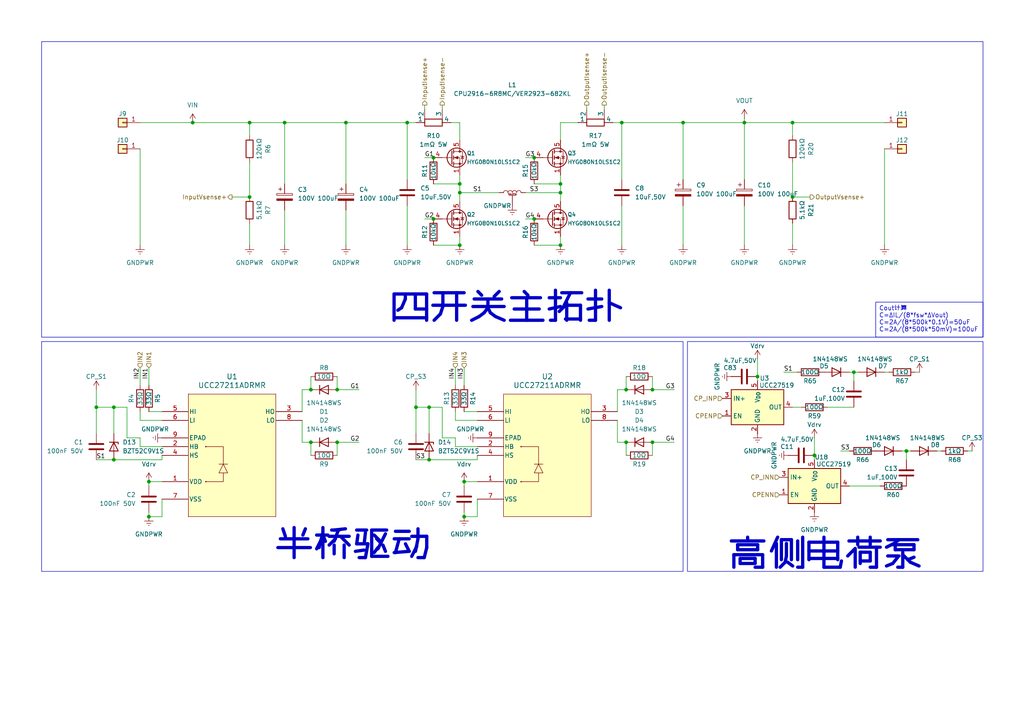
<source format=kicad_sch>
(kicad_sch (version 20250114) (generator "eeschema") (generator_version "9.0")
  (paper "A4")
  (title_block (title "HPM6P41_BuckBoost") (date "2025-05-05") (rev "4") (company "Author: Alipay"))
  (lib_symbols
    (symbol "1MyICs:UCC27518_UCC27519"
      (property "Reference" "U" (at 5.08 6.35 0))
      (property "Value" "UCC27518_UCC27519" (at 10.922 -6.35 0))
      (symbol "UCC27518_UCC27519_0_1"
        (rectangle (start -7.62 5.08) (end 7.62 -5.08) (stroke (width 0.254)) (fill (type background)))
      )
      (symbol "UCC27518_UCC27519_1_1"
        (pin input line (at -10.16 2.54 0) (length 2.54) (name "IN+") (number "3"))
        (pin input line (at -10.16 -2.54 0) (length 2.54) (name "EN") (number "1"))
        (pin power_in line (at 0 7.62 270) (length 2.54) (name "V_{DD}") (number "5"))
        (pin power_in line (at 0 -7.62 90) (length 2.54) (name "GND") (number "2"))
        (pin output line (at 10.16 0 180) (length 2.54) (name "OUT") (number "4"))
      )
    )
    (symbol "Connector_Generic:Conn_01x01" (pin_names (offset 1.016) (hide yes))
      (property "Reference" "J" (at 0 2.54 0))
      (property "Value" "Conn_01x01" (at 0 -2.54 0))
      (symbol "Conn_01x01_1_1"
        (rectangle (start -1.27 1.27) (end 1.27 -1.27) (stroke (width 0.254)) (fill (type background)))
        (rectangle (start -1.27 0.127) (end 0 -0.127) (stroke (width 0.1524)))
        (pin passive line (at -5.08 0 0) (length 3.81) (name "Pin_1") (number "1"))
      )
    )
    (symbol "Device:C" (pin_numbers (hide yes)) (pin_names (offset 0.254))
      (property "Reference" "C" (at 0.635 2.54 0))
      (property "Value" "C" (at 0.635 -2.54 0))
      (symbol "C_0_1"
        (polyline (pts (xy -2.032 0.762) (xy 2.032 0.762)) (stroke (width 0.508)))
        (polyline (pts (xy -2.032 -0.762) (xy 2.032 -0.762)) (stroke (width 0.508)))
      )
      (symbol "C_1_1"
        (pin passive line (at 0 3.81 270) (length 2.794) (name "~") (number "1"))
        (pin passive line (at 0 -3.81 90) (length 2.794) (name "~") (number "2"))
      )
    )
    (symbol "Device:C_Polarized" (pin_numbers (hide yes)) (pin_names (offset 0.254))
      (property "Reference" "C" (at 0.635 2.54 0))
      (property "Value" "C_Polarized" (at 0.635 -2.54 0))
      (symbol "C_Polarized_0_1"
        (rectangle (start -2.286 0.508) (end 2.286 1.016))
        (polyline (pts (xy -1.778 2.286) (xy -0.762 2.286)))
        (polyline (pts (xy -1.27 2.794) (xy -1.27 1.778)))
        (rectangle (start 2.286 -0.508) (end -2.286 -1.016) (fill (type outline)))
      )
      (symbol "C_Polarized_1_1"
        (pin passive line (at 0 3.81 270) (length 2.794) (name "~") (number "1"))
        (pin passive line (at 0 -3.81 90) (length 2.794) (name "~") (number "2"))
      )
    )
    (symbol "Device:D" (pin_numbers (hide yes)) (pin_names (offset 1.016) (hide yes))
      (property "Reference" "D" (at 0 2.54 0))
      (property "Value" "D" (at 0 -2.54 0))
      (symbol "D_0_1"
        (polyline (pts (xy -1.27 1.27) (xy -1.27 -1.27)) (stroke (width 0.254)))
        (polyline (pts (xy 1.27 1.27) (xy 1.27 -1.27) (xy -1.27 0) (xy 1.27 1.27)) (stroke (width 0.254)))
        (polyline (pts (xy 1.27 0) (xy -1.27 0)))
      )
      (symbol "D_1_1"
        (pin passive line (at -3.81 0 0) (length 2.54) (name "K") (number "1"))
        (pin passive line (at 3.81 0 180) (length 2.54) (name "A") (number "2"))
      )
    )
    (symbol "Device:L" (pin_numbers (hide yes)) (pin_names (offset 1.016) (hide yes))
      (property "Reference" "L1" (at 31.242 0 90))
      (property "Value" "CPU2916-6R8MC/VER2923-682KL" (at 28.702 0 90))
      (symbol "L_0_1"
        (arc (start 0 2.54) (mid 0.6323 1.905) (end 0 1.27))
        (arc (start 0 1.27) (mid 0.6323 0.635) (end 0 0))
        (arc (start 0 0) (mid 0.6323 -0.635) (end 0 -1.27))
        (arc (start 0 -1.27) (mid 0.6323 -1.905) (end 0 -2.54))
      )
      (symbol "L_1_1"
        (polyline (pts (xy -0.762 1.016) (xy -0.762 -1.016)) (stroke (width 0.1524)))
        (text "Mounting" (at -0.381 0 900) (effects (font (size 0.381 0.381))))
        (pin passive line (at -3.81 0 0) (length 3.048) (name "MountPin") (number "MP"))
        (pin passive line (at 0 3.81 270) (length 1.27) (name "1") (number "1"))
        (pin passive line (at 0 -3.81 90) (length 1.27) (name "2") (number "2"))
      )
    )
    (symbol "Device:R" (pin_numbers (hide yes)) (pin_names (offset 0))
      (property "Reference" "R" (at 2.032 0 90))
      (property "Value" "R" (at 0 0 90))
      (symbol "R_0_1"
        (rectangle (start -1.016 -2.54) (end 1.016 2.54) (stroke (width 0.254)))
      )
      (symbol "R_1_1"
        (pin passive line (at 0 3.81 270) (length 1.27) (name "~") (number "1"))
        (pin passive line (at 0 -3.81 90) (length 1.27) (name "~") (number "2"))
      )
    )
    (symbol "Device:R_Shunt" (pin_numbers (hide yes)) (pin_names (offset 0))
      (property "Reference" "R" (at -4.445 0 90))
      (property "Value" "R_Shunt" (at -2.54 0 90))
      (symbol "R_Shunt_0_1"
        (rectangle (start -1.016 -2.54) (end 1.016 2.54) (stroke (width 0.254)))
        (polyline (pts (xy 0 -2.54) (xy 1.27 -2.54)))
        (polyline (pts (xy 1.27 2.54) (xy 0 2.54)))
      )
      (symbol "R_Shunt_1_1"
        (pin passive line (at 0 5.08 270) (length 2.54) (name "1") (number "1"))
        (pin passive line (at 0 -5.08 90) (length 2.54) (name "4") (number "4"))
        (pin passive line (at 3.81 2.54 180) (length 2.54) (name "2") (number "2"))
        (pin passive line (at 3.81 -2.54 180) (length 2.54) (name "3") (number "3"))
      )
    )
    (symbol "Diode:BZV55B9V1" (pin_numbers (hide yes)) (pin_names (hide yes))
      (property "Reference" "D" (at 0 2.54 0))
      (property "Value" "BZV55B9V1" (at 0 -2.54 0))
      (symbol "BZV55B9V1_0_1"
        (polyline (pts (xy -1.27 -1.27) (xy -1.27 1.27) (xy -0.762 1.27)) (stroke (width 0.254)))
        (polyline (pts (xy 1.27 0) (xy -1.27 0)))
        (polyline (pts (xy 1.27 -1.27) (xy 1.27 1.27) (xy -1.27 0) (xy 1.27 -1.27)) (stroke (width 0.254)))
      )
      (symbol "BZV55B9V1_1_1"
        (pin passive line (at -3.81 0 0) (length 2.54) (name "K") (number "1"))
        (pin passive line (at 3.81 0 180) (length 2.54) (name "A") (number "2"))
      )
    )
    (symbol "TexasInstruments:UCC27211ADRMR" (pin_names (offset 0.254))
      (property "Reference" "U" (at 20.32 10.16 0))
      (property "Value" "UCC27211ADRMR" (at 20.32 7.62 0))
      (symbol "UCC27211ADRMR_0_1"
        (circle (center 12.7 -10.16) (radius 0.127))
        (polyline (pts (xy 12.7 -20.32) (xy 17.78 -20.32) (xy 17.78 -17.78) (xy 16.51 -17.78) (xy 17.78 -15.24) (xy 19.05 -17.78) (xy 17.78 -17.78) (xy 16.51 -17.78) (xy 17.78 -15.24) (xy 16.51 -15.24) (xy 19.05 -15.24) (xy 17.78 -15.24) (xy 17.78 -10.16) (xy 12.7 -10.16)))
        (circle (center 12.7 -20.32) (radius 0.127))
        (pin input line (at 0 0 0) (length 7.62) (name "HI") (number "5"))
        (pin input line (at 0 -2.54 0) (length 7.62) (name "LI") (number "6"))
        (pin unspecified line (at 0 -7.62 0) (length 7.62) (name "EPAD") (number "9"))
        (pin unspecified line (at 0 -10.16 0) (length 7.62) (name "HB") (number "2"))
        (pin unspecified line (at 0 -12.7 0) (length 7.62) (name "HS") (number "4"))
        (pin power_in line (at 0 -20.32 0) (length 7.62) (name "VDD") (number "1"))
        (pin power_in line (at 0 -25.4 0) (length 7.62) (name "VSS") (number "7"))
        (pin output line (at 40.64 0 180) (length 7.62) (name "HO") (number "3"))
        (pin output line (at 40.64 -2.54 180) (length 7.62) (name "LO") (number "8"))
      )
      (symbol "UCC27211ADRMR_1_1"
        (rectangle (start 7.62 5.08) (end 33.02 -30.48) (fill (type background)))
      )
    )
    (symbol "Transistor_FET:CSD18540Q5B" (pin_names (hide yes))
      (property "Reference" "Q" (at 5.08 1.905 0))
      (property "Value" "CSD18540Q5B" (at 5.08 0 0))
      (symbol "CSD18540Q5B_0_1"
        (polyline (pts (xy 0.254 1.905) (xy 0.254 -1.905)) (stroke (width 0.254)))
        (polyline (pts (xy 0.254 0) (xy -2.54 0)))
        (polyline (pts (xy 0.762 2.286) (xy 0.762 1.27)) (stroke (width 0.254)))
        (polyline (pts (xy 0.762 0.508) (xy 0.762 -0.508)) (stroke (width 0.254)))
        (polyline (pts (xy 0.762 -1.27) (xy 0.762 -2.286)) (stroke (width 0.254)))
        (polyline (pts (xy 0.762 -1.778) (xy 3.302 -1.778) (xy 3.302 1.778) (xy 0.762 1.778)))
        (polyline (pts (xy 1.016 0) (xy 2.032 0.381) (xy 2.032 -0.381) (xy 1.016 0)) (fill (type outline)))
        (circle (center 1.651 0) (radius 2.794) (stroke (width 0.254)))
        (polyline (pts (xy 2.54 2.54) (xy 2.54 1.778)))
        (circle (center 2.54 1.778) (radius 0.254) (fill (type outline)))
        (circle (center 2.54 -1.778) (radius 0.254) (fill (type outline)))
        (polyline (pts (xy 2.54 -2.54) (xy 2.54 0) (xy 0.762 0)))
        (polyline (pts (xy 2.794 0.508) (xy 2.921 0.381) (xy 3.683 0.381) (xy 3.81 0.254)))
        (polyline (pts (xy 3.302 0.381) (xy 2.921 -0.254) (xy 3.683 -0.254) (xy 3.302 0.381)))
      )
      (symbol "CSD18540Q5B_1_1"
        (pin passive line (at -5.08 0 0) (length 2.54) (name "G") (number "4"))
        (pin passive line (at 2.54 5.08 270) (length 2.54) (name "D") (number "5"))
        (pin passive line (at 2.54 -5.08 90) (length 2.54) (name "S") (number "1"))
        (pin passive line (at 2.54 -5.08 90) (length 2.54) (hide yes) (name "S") (number "2"))
        (pin passive line (at 2.54 -5.08 90) (length 2.54) (hide yes) (name "S") (number "3"))
      )
    )
    (symbol "power:+12V" (power) (pin_names (offset 0))
      (property "Value" "+12V" (at 0 3.556 0))
      (symbol "+12V_0_1"
        (polyline (pts (xy -0.762 1.27) (xy 0 2.54)))
        (polyline (pts (xy 0 2.54) (xy 0.762 1.27)))
        (polyline (pts (xy 0 0) (xy 0 2.54)))
      )
      (symbol "+12V_1_1"
        (pin power_in line (at 0 0 90) (length 0) (hide yes) (name "+12V") (number "1"))
      )
    )
    (symbol "power:GNDREF" (power) (pin_numbers (hide yes)) (pin_names (offset 0) (hide yes))
      (property "Value" "GNDREF" (at 0 -3.81 0))
      (symbol "GNDREF_0_1"
        (polyline (pts (xy -0.635 -1.905) (xy 0.635 -1.905)))
        (polyline (pts (xy -0.127 -2.54) (xy 0.127 -2.54)))
        (polyline (pts (xy 0 -1.27) (xy 0 0)))
        (polyline (pts (xy 1.27 -1.27) (xy -1.27 -1.27)))
      )
      (symbol "GNDREF_1_1"
        (pin power_in line (at 0 0 270) (length 0) (name "~") (number "1"))
      )
    )
    (symbol "power:VBUS" (power) (pin_numbers (hide yes)) (pin_names (offset 0) (hide yes))
      (property "Value" "VBUS" (at 0 3.556 0))
      (symbol "VBUS_0_1"
        (polyline (pts (xy -0.762 1.27) (xy 0 2.54)))
        (polyline (pts (xy 0 2.54) (xy 0.762 1.27)))
        (polyline (pts (xy 0 0) (xy 0 2.54)))
      )
      (symbol "VBUS_1_1"
        (pin power_in line (at 0 0 90) (length 0) (name "~") (number "1"))
      )
    )
  )
  (rectangle (start 199.39 99.06) (end 285.115 165.735))
  (rectangle (start 12.065 12.065) (end 285.115 97.79))
  (rectangle (start 12.065 99.06) (end 198.12 165.735))
  (text "半桥驱动" (at 102.362 158.496 0) (effects (font (size 7.62 7.62) (thickness 0.9525))))
  (text "高侧电荷泵" (at 239.522 161.29 0) (effects (font (size 7.62 7.62) (thickness 0.9525))))
  (text "四开关主拓扑" (at 147.32 89.662 0) (effects (font (size 7.62 7.62) (thickness 0.9525))))
  (text_box "Cout计算\nC=ΔIL/(8*fsw*ΔVout)\nC=2A/(8*500k*0.1V)=50uF\nC=2A/(8*500k*50mV)=100uF" (at 254 87.63 0) (size 31.115 10.16) (margins 0.9525 0.9525 0.9525 0.9525) (effects (font (size 1.27 1.27)) (justify left top)))
  (junction (at 154.94 63.5))
  (junction (at 97.79 113.03))
  (junction (at 236.22 132.08))
  (junction (at 215.9 35.56))
  (junction (at 133.35 53.34))
  (junction (at 33.02 133.35))
  (junction (at 90.17 113.03))
  (junction (at 118.11 35.56))
  (junction (at 134.62 139.7))
  (junction (at 124.46 133.35))
  (junction (at 229.87 57.15))
  (junction (at 55.88 35.56))
  (junction (at 72.39 35.56))
  (junction (at 154.94 45.72))
  (junction (at 162.56 71.12))
  (junction (at 97.79 128.27))
  (junction (at 33.02 118.11))
  (junction (at 43.18 139.7))
  (junction (at 90.17 128.27))
  (junction (at 181.61 113.03))
  (junction (at 181.61 128.27))
  (junction (at 189.23 128.27))
  (junction (at 100.33 35.56))
  (junction (at 72.39 57.15))
  (junction (at 162.56 53.34))
  (junction (at 133.35 55.88))
  (junction (at 180.34 35.56))
  (junction (at 82.55 35.56))
  (junction (at 133.35 71.12))
  (junction (at 198.12 35.56))
  (junction (at 43.18 149.86))
  (junction (at 120.65 118.11))
  (junction (at 134.62 149.86))
  (junction (at 125.73 63.5))
  (junction (at 27.94 118.11))
  (junction (at 162.56 55.88))
  (junction (at 229.87 35.56))
  (junction (at 125.73 45.72))
  (junction (at 262.89 130.81))
  (junction (at 247.65 107.95))
  (junction (at 219.71 109.22))
  (junction (at 189.23 113.03))
  (junction (at 124.46 118.11))
  (wire (pts (xy 265.43 107.95) (xy 266.7 107.95)))
  (wire (pts (xy 138.43 132.08) (xy 138.43 133.35)))
  (wire (pts (xy 40.64 43.18) (xy 40.64 71.12)))
  (wire (pts (xy 43.18 119.38) (xy 46.99 119.38)))
  (wire (pts (xy 40.64 129.54) (xy 46.99 129.54)))
  (wire (pts (xy 72.39 39.37) (xy 72.39 35.56)))
  (wire (pts (xy 236.22 127) (xy 236.22 132.08)))
  (wire (pts (xy 120.65 118.11) (xy 124.46 118.11)))
  (wire (pts (xy 118.11 35.56) (xy 120.65 35.56)))
  (wire (pts (xy 43.18 149.86) (xy 46.99 149.86)))
  (wire (pts (xy 87.63 128.27) (xy 87.63 121.92)))
  (wire (pts (xy 87.63 128.27) (xy 90.17 128.27)))
  (wire (pts (xy 215.9 34.29) (xy 215.9 35.56)))
  (wire (pts (xy 124.46 133.35) (xy 138.43 133.35)))
  (wire (pts (xy 124.46 118.11) (xy 124.46 125.73)))
  (wire (pts (xy 40.64 106.68) (xy 40.64 111.76)))
  (wire (pts (xy 124.46 118.11) (xy 128.27 118.11)))
  (wire (pts (xy 43.18 140.97) (xy 43.18 139.7)))
  (wire (pts (xy 280.67 130.81) (xy 281.94 130.81)))
  (wire (pts (xy 100.33 35.56) (xy 100.33 53.34)))
  (wire (pts (xy 167.64 35.56) (xy 162.56 35.56)))
  (wire (pts (xy 179.07 128.27) (xy 181.61 128.27)))
  (wire (pts (xy 229.87 46.99) (xy 229.87 57.15)))
  (wire (pts (xy 195.58 128.27) (xy 189.23 128.27)))
  (wire (pts (xy 40.64 127) (xy 40.64 129.54)))
  (wire (pts (xy 36.83 118.11) (xy 36.83 127)))
  (wire (pts (xy 246.38 140.97) (xy 255.27 140.97)))
  (wire (pts (xy 72.39 64.77) (xy 72.39 71.12)))
  (wire (pts (xy 154.94 53.34) (xy 162.56 53.34)))
  (wire (pts (xy 236.22 132.08) (xy 236.22 133.35)))
  (wire (pts (xy 130.81 35.56) (xy 133.35 35.56)))
  (wire (pts (xy 40.64 35.56) (xy 55.88 35.56)))
  (wire (pts (xy 134.62 139.7) (xy 138.43 139.7)))
  (wire (pts (xy 27.94 113.03) (xy 27.94 118.11)))
  (wire (pts (xy 240.03 118.11) (xy 247.65 118.11)))
  (wire (pts (xy 72.39 46.99) (xy 72.39 57.15)))
  (wire (pts (xy 104.14 128.27) (xy 97.79 128.27)))
  (wire (pts (xy 40.64 121.92) (xy 46.99 121.92)))
  (wire (pts (xy 264.16 130.81) (xy 262.89 130.81)))
  (wire (pts (xy 198.12 35.56) (xy 198.12 52.07)))
  (wire (pts (xy 133.35 53.34) (xy 133.35 55.88)))
  (wire (pts (xy 87.63 119.38) (xy 87.63 113.03)))
  (wire (pts (xy 180.34 59.69) (xy 180.34 71.12)))
  (wire (pts (xy 234.95 57.15) (xy 229.87 57.15)))
  (wire (pts (xy 36.83 127) (xy 40.64 127)))
  (wire (pts (xy 43.18 106.68) (xy 43.18 111.76)))
  (wire (pts (xy 162.56 53.34) (xy 162.56 50.8)))
  (wire (pts (xy 125.73 71.12) (xy 133.35 71.12)))
  (wire (pts (xy 128.27 30.48) (xy 128.27 31.75)))
  (wire (pts (xy 181.61 132.08) (xy 181.61 128.27)))
  (wire (pts (xy 133.35 50.8) (xy 133.35 53.34)))
  (wire (pts (xy 262.89 130.81) (xy 262.89 133.35)))
  (wire (pts (xy 261.62 130.81) (xy 262.89 130.81)))
  (wire (pts (xy 138.43 149.86) (xy 138.43 144.78)))
  (wire (pts (xy 40.64 119.38) (xy 40.64 121.92)))
  (wire (pts (xy 271.78 130.81) (xy 273.05 130.81)))
  (wire (pts (xy 132.08 119.38) (xy 132.08 121.92)))
  (wire (pts (xy 67.31 57.15) (xy 72.39 57.15)))
  (wire (pts (xy 181.61 109.22) (xy 181.61 113.03)))
  (wire (pts (xy 248.92 107.95) (xy 247.65 107.95)))
  (wire (pts (xy 82.55 60.96) (xy 82.55 71.12)))
  (wire (pts (xy 43.18 139.7) (xy 46.99 139.7)))
  (wire (pts (xy 97.79 132.08) (xy 97.79 128.27)))
  (wire (pts (xy 175.26 30.48) (xy 175.26 31.75)))
  (wire (pts (xy 27.94 118.11) (xy 27.94 125.73)))
  (wire (pts (xy 125.73 53.34) (xy 133.35 53.34)))
  (wire (pts (xy 229.87 118.11) (xy 232.41 118.11)))
  (wire (pts (xy 152.4 63.5) (xy 154.94 63.5)))
  (wire (pts (xy 33.02 133.35) (xy 46.99 133.35)))
  (wire (pts (xy 134.62 140.97) (xy 134.62 139.7)))
  (wire (pts (xy 90.17 132.08) (xy 90.17 128.27)))
  (wire (pts (xy 133.35 68.58) (xy 133.35 71.12)))
  (wire (pts (xy 134.62 119.38) (xy 138.43 119.38)))
  (wire (pts (xy 27.94 118.11) (xy 33.02 118.11)))
  (wire (pts (xy 189.23 109.22) (xy 189.23 113.03)))
  (wire (pts (xy 132.08 121.92) (xy 138.43 121.92)))
  (wire (pts (xy 133.35 35.56) (xy 133.35 40.64)))
  (wire (pts (xy 128.27 118.11) (xy 128.27 127)))
  (wire (pts (xy 72.39 35.56) (xy 82.55 35.56)))
  (wire (pts (xy 132.08 127) (xy 132.08 129.54)))
  (wire (pts (xy 162.56 68.58) (xy 162.56 71.12)))
  (wire (pts (xy 215.9 35.56) (xy 198.12 35.56)))
  (wire (pts (xy 256.54 107.95) (xy 257.81 107.95)))
  (wire (pts (xy 134.62 148.59) (xy 134.62 149.86)))
  (wire (pts (xy 134.62 149.86) (xy 138.43 149.86)))
  (wire (pts (xy 134.62 106.68) (xy 134.62 111.76)))
  (wire (pts (xy 162.56 55.88) (xy 162.56 53.34)))
  (wire (pts (xy 180.34 35.56) (xy 177.8 35.56)))
  (wire (pts (xy 128.27 127) (xy 132.08 127)))
  (wire (pts (xy 227.33 107.95) (xy 231.14 107.95)))
  (wire (pts (xy 215.9 35.56) (xy 215.9 52.07)))
  (wire (pts (xy 100.33 35.56) (xy 118.11 35.56)))
  (wire (pts (xy 247.65 107.95) (xy 247.65 110.49)))
  (wire (pts (xy 33.02 133.35) (xy 27.94 133.35)))
  (wire (pts (xy 132.08 129.54) (xy 138.43 129.54)))
  (wire (pts (xy 162.56 55.88) (xy 162.56 58.42)))
  (wire (pts (xy 195.58 113.03) (xy 189.23 113.03)))
  (wire (pts (xy 120.65 113.03) (xy 120.65 118.11)))
  (wire (pts (xy 43.18 148.59) (xy 43.18 149.86)))
  (wire (pts (xy 123.19 30.48) (xy 123.19 31.75)))
  (wire (pts (xy 189.23 132.08) (xy 189.23 128.27)))
  (wire (pts (xy 104.14 113.03) (xy 97.79 113.03)))
  (wire (pts (xy 55.88 35.56) (xy 72.39 35.56)))
  (wire (pts (xy 133.35 55.88) (xy 133.35 58.42)))
  (wire (pts (xy 154.94 71.12) (xy 162.56 71.12)))
  (wire (pts (xy 198.12 59.69) (xy 198.12 71.12)))
  (wire (pts (xy 46.99 149.86) (xy 46.99 144.78)))
  (wire (pts (xy 229.87 35.56) (xy 215.9 35.56)))
  (wire (pts (xy 46.99 133.35) (xy 46.99 132.08)))
  (wire (pts (xy 132.08 106.68) (xy 132.08 111.76)))
  (wire (pts (xy 170.18 30.48) (xy 170.18 31.75)))
  (wire (pts (xy 219.71 109.22) (xy 219.71 110.49)))
  (wire (pts (xy 100.33 60.96) (xy 100.33 71.12)))
  (wire (pts (xy 198.12 35.56) (xy 180.34 35.56)))
  (wire (pts (xy 179.07 128.27) (xy 179.07 121.92)))
  (wire (pts (xy 120.65 118.11) (xy 120.65 125.73)))
  (wire (pts (xy 97.79 109.22) (xy 97.79 113.03)))
  (wire (pts (xy 33.02 118.11) (xy 33.02 125.73)))
  (wire (pts (xy 229.87 35.56) (xy 256.54 35.56)))
  (wire (pts (xy 179.07 113.03) (xy 181.61 113.03)))
  (wire (pts (xy 152.4 55.88) (xy 162.56 55.88)))
  (wire (pts (xy 90.17 109.22) (xy 90.17 113.03)))
  (wire (pts (xy 82.55 35.56) (xy 82.55 53.34)))
  (wire (pts (xy 229.87 39.37) (xy 229.87 35.56)))
  (wire (pts (xy 179.07 113.03) (xy 179.07 119.38)))
  (wire (pts (xy 133.35 55.88) (xy 144.78 55.88)))
  (wire (pts (xy 180.34 35.56) (xy 180.34 52.07)))
  (wire (pts (xy 256.54 43.18) (xy 256.54 71.12)))
  (wire (pts (xy 87.63 113.03) (xy 90.17 113.03)))
  (wire (pts (xy 243.84 130.81) (xy 246.38 130.81)))
  (wire (pts (xy 123.19 45.72) (xy 125.73 45.72)))
  (wire (pts (xy 118.11 35.56) (xy 118.11 52.07)))
  (wire (pts (xy 219.71 104.14) (xy 219.71 109.22)))
  (wire (pts (xy 246.38 107.95) (xy 247.65 107.95)))
  (wire (pts (xy 152.4 45.72) (xy 154.94 45.72)))
  (wire (pts (xy 229.87 64.77) (xy 229.87 71.12)))
  (wire (pts (xy 162.56 35.56) (xy 162.56 40.64)))
  (wire (pts (xy 82.55 35.56) (xy 100.33 35.56)))
  (wire (pts (xy 33.02 118.11) (xy 36.83 118.11)))
  (wire (pts (xy 120.65 133.35) (xy 124.46 133.35)))
  (wire (pts (xy 118.11 59.69) (xy 118.11 71.12)))
  (wire (pts (xy 123.19 63.5) (xy 125.73 63.5)))
  (wire (pts (xy 215.9 59.69) (xy 215.9 71.12)))
  (label "S3" (at 156.21 55.88 180))
  (label "G2" (at 101.6 128.27 0))
  (label "S1" (at 227.33 107.95 0))
  (label "G1" (at 123.19 45.72 0))
  (label "S1" (at 137.16 55.88 0))
  (label "G3" (at 193.04 113.03 0))
  (label "G2" (at 123.19 63.5 0))
  (label "G1" (at 101.6 113.03 0))
  (label "IN1" (at 43.18 106.68 270))
  (label "S1" (at 27.94 133.35 0))
  (label "G4" (at 193.04 128.27 0))
  (label "G4" (at 152.4 63.5 0))
  (label "G3" (at 152.4 45.72 0))
  (label "S3" (at 120.65 133.35 0))
  (label "IN4" (at 132.08 106.68 270))
  (label "S3" (at 243.84 130.81 0))
  (label "IN2" (at 40.64 106.68 270))
  (label "IN3" (at 134.62 106.68 270))
  (hierarchical_label "InputIsense-" (shape output) (at 128.27 30.48 90))
  (hierarchical_label "IN1" (shape input) (at 43.18 106.68 90))
  (hierarchical_label "CPENN" (shape input) (at 226.06 143.51 180))
  (hierarchical_label "CP_INN" (shape input) (at 226.06 138.43 180))
  (hierarchical_label "OutputVsense+" (shape output) (at 234.95 57.15 0))
  (hierarchical_label "InputVsense+" (shape output) (at 67.31 57.15 180))
  (hierarchical_label "InputIsense+" (shape output) (at 123.19 30.48 90))
  (hierarchical_label "IN3" (shape input) (at 134.62 106.68 90))
  (hierarchical_label "IN4" (shape input) (at 132.08 106.68 90))
  (hierarchical_label "IN2" (shape input) (at 40.64 106.68 90))
  (hierarchical_label "OutputIsense-" (shape output) (at 175.26 30.48 90))
  (hierarchical_label "OutputIsense+" (shape output) (at 170.18 30.48 90))
  (hierarchical_label "CP_INP" (shape input) (at 209.55 115.57 180))
  (hierarchical_label "CPENP" (shape input) (at 209.55 120.65 180))
  (symbol (lib_id "Device:C_Polarized") (at 215.9 55.88 0) (unit 1)
    (property "Reference" "C10" (at 219.71 53.721 0) (effects (justify left)))
    (property "Value" "100V 100uF" (at 219.71 56.261 0) (effects (justify left)))
    (property "Footprint" "HPM6P41_BB:CP_Radial_D10.0mm_P5.00mm" (effects (hide yes)))
  )
  (symbol (lib_id "Device:R") (at 40.64 115.57 180) (unit 1)
    (property "Reference" "R4" (at 38.1 115.57 90))
    (property "Value" "33Ω" (at 40.64 115.57 90))
    (property "Footprint" "Resistor_SMD:R_0603_1608Metric" (effects (hide yes)))
  )
  (symbol (lib_id "Device:D") (at 267.97 130.81 0) (mirror y) (unit 1)
    (property "Reference" "D8" (at 271.272 129.032 0))
    (property "Value" "1N4148WS" (at 268.986 127 0))
    (property "Footprint" "Diode_SMD:D_SOD-323" (effects (hide yes)))
    (property "Datasheet" "C3013756" (effects (hide yes)))
    (property "Sim.Device" "D" (effects (hide yes)))
    (property "Sim.Pins" "1=K 2=A" (effects (hide yes)))
  )
  (symbol (lib_id "Diode:BZV55B9V1") (at 124.46 129.54 270) (unit 1)
    (property "Reference" "D14" (at 127 128.2699 90) (effects (justify left)))
    (property "Value" "BZT52C9V1S" (at 127 130.8099 90) (effects (justify left)))
    (property "Footprint" "Diode_SMD:D_SOD-323" (effects (hide yes)))
    (property "Datasheet" "https://assets.nexperia.com/documents/data-sheet/BZV55_SER.pdf" (effects (hide yes)))
    (property "Description" "9.1V, 500mW, 2%, Zener diode, MiniMELF" (effects (hide yes)))
  )
  (symbol (lib_id "power:GNDREF") (at 46.99 127 270) (unit 1)
    (property "Reference" "#PWR08" (effects (hide yes)))
    (property "Value" "GNDPWR" (at 49.022 124.46 90) (effects (justify right)))
    (property "Description" "Power symbol creates a global label with name \"GNDREF\" , reference supply ground" (effects (hide yes)))
  )
  (symbol (lib_id "Device:R_Shunt") (at 172.72 35.56 90) (unit 1)
    (property "Reference" "R17" (at 172.72 39.37 90))
    (property "Value" "1mΩ 5W" (at 172.72 41.91 90))
    (property "Footprint" "HPM6P41_BB:R_Shunt_2725_2726" (effects (hide yes)))
    (property "Description" "Shunt resistor" (effects (hide yes)))
  )
  (symbol (lib_id "Device:D") (at 185.42 128.27 0) (unit 1)
    (property "Reference" "D4" (at 185.42 121.92 0))
    (property "Value" "1N4148WS" (at 185.42 124.46 0))
    (property "Footprint" "Diode_SMD:D_SOD-323" (effects (hide yes)))
    (property "Datasheet" "C3013756" (effects (hide yes)))
    (property "Sim.Device" "D" (effects (hide yes)))
    (property "Sim.Pins" "1=K 2=A" (effects (hide yes)))
  )
  (symbol (lib_id "Device:C") (at 247.65 114.3 0) (mirror y) (unit 1)
    (property "Reference" "C12" (at 245.11 113.03 0) (effects (justify left)))
    (property "Value" "1uF,100V" (at 245.11 115.57 0) (effects (justify left)))
    (property "Footprint" "Capacitor_SMD:C_0805_2012Metric" (effects (hide yes)))
  )
  (symbol (lib_id "power:+12V") (at 43.18 139.7 0) (unit 1)
    (property "Reference" "#PWR0147" (effects (hide yes)))
    (property "Value" "Vdrv" (at 43.18 134.62 0))
  )
  (symbol (lib_id "Device:C_Polarized") (at 82.55 57.15 0) (unit 1)
    (property "Reference" "C3" (at 86.36 54.991 0) (effects (justify left)))
    (property "Value" "100V 100uF" (at 86.36 57.531 0) (effects (justify left)))
    (property "Footprint" "HPM6P41_BB:CP_Radial_D10.0mm_P5.00mm" (effects (hide yes)))
  )
  (symbol (lib_id "Device:L") (at 148.59 55.88 90) (unit 1)
    (property "Reference" "L1" (at 148.59 24.638 90))
    (property "Value" "CPU2916-6R8MC/VER2923-682KL" (at 148.59 27.178 90))
    (property "Footprint" "HPM6P41_BB:IND_VER2923_COC" (effects (hide yes)))
    (property "Datasheet" "https://item.taobao.com/item.htm?abbucket=11&detail_redpacket_pop=true&id=728306852960&ltk2=1746116900184xstdy93a7cq5hnn3e5efn&ns=1&priceTId=undefined&query=%E7%BE%B0%E5%9F%BA%E7%B2%89%E7%94%B5%E6%84%9F&skuId=5532454632509&spm=a21n57.1.hoverItem.5&utparam=%7B%22aplus_abtest%22%3A%229e0d3c38bc27272b59784c2f040332ea%22%7D&xxc=taobaoSearch" (effects (hide yes)))
    (property "Description" "羰基粉电感 2.2uH 48A" (effects (hide yes)))
  )
  (symbol (lib_id "Device:C") (at 118.11 55.88 0) (unit 1)
    (property "Reference" "C5" (at 121.92 54.6099 0) (effects (justify left)))
    (property "Value" "10uF,50V" (at 121.92 57.1499 0) (effects (justify left)))
    (property "Footprint" "Capacitor_SMD:C_1206_3216Metric" (effects (hide yes)))
    (property "Datasheet" "https://item.szlcsc.com/90812.html?fromZone=s_s__%25221206%252010uF%2522&spm=sc.gb.xh3.zy.n___sc.ols.hd.ss&lcsc_vid=EwRcVFxfQ1UNUlxUFlcKAVVURlQMUgEHFFIPVlIDRgcxVlNSQVBfUlJSTlhWXjsOAxUeFF5JWA4cAwEUWRIUCwcVFE8NCAlJGgQDBQEUWA4cAwEUWA0HFBBIHxUDCw%3D%3D" (effects (hide yes)))
    (property "Description" "C89632" (effects (hide yes)))
    (property "型号" "CL31B106KBHNNNE" (effects (hide yes)))
  )
  (symbol (lib_id "Device:R") (at 125.73 67.31 180) (unit 1)
    (property "Reference" "R12" (at 123.19 67.31 90))
    (property "Value" "10kΩ" (at 125.73 67.31 90))
    (property "Footprint" "Resistor_SMD:R_0603_1608Metric" (effects (hide yes)))
  )
  (symbol (lib_id "Device:C") (at 27.94 129.54 0) (mirror y) (unit 1)
    (property "Reference" "C1" (at 24.13 128.27 0) (effects (justify left)))
    (property "Value" "100nF 50V" (at 24.13 130.81 0) (effects (justify left)))
    (property "Footprint" "Capacitor_SMD:C_0603_1608Metric" (effects (hide yes)))
  )
  (symbol (lib_id "Connector_Generic:Conn_01x01") (at 261.62 35.56 0) (mirror x) (unit 1)
    (property "Reference" "J11" (at 261.62 33.02 0))
    (property "Value" "Conn_01x01" (effects (hide yes)))
    (property "Footprint" "1MyConnector:48A_Connector_PCB_3" (effects (hide yes)))
    (property "Description" "Generic connector, single row, 01x01, script generated (kicad-library-utils/schlib/autogen/connector/)" (effects (hide yes)))
  )
  (symbol (lib_id "power:GNDREF") (at 256.54 71.12 0) (mirror y) (unit 1)
    (property "Reference" "#PWR028" (effects (hide yes)))
    (property "Value" "GNDPWR" (at 256.54 76.2 0))
    (property "Description" "Power symbol creates a global label with name \"GNDREF\" , reference supply ground" (effects (hide yes)))
  )
  (symbol (lib_id "Device:D") (at 185.42 113.03 0) (mirror x) (unit 1)
    (property "Reference" "D3" (at 185.42 119.38 0))
    (property "Value" "1N4148WS" (at 185.42 116.84 0))
    (property "Footprint" "Diode_SMD:D_SOD-323" (effects (hide yes)))
    (property "Datasheet" "C3013756" (effects (hide yes)))
    (property "Sim.Device" "D" (effects (hide yes)))
    (property "Sim.Pins" "1=K 2=A" (effects (hide yes)))
  )
  (symbol (lib_id "Device:C") (at 134.62 144.78 0) (mirror y) (unit 1)
    (property "Reference" "C7" (at 130.81 143.51 0) (effects (justify left)))
    (property "Value" "100nF 50V" (at 130.81 146.05 0) (effects (justify left)))
    (property "Footprint" "Capacitor_SMD:C_0603_1608Metric" (effects (hide yes)))
  )
  (symbol (lib_id "power:GNDREF") (at 133.35 71.12 0) (unit 1)
    (property "Reference" "#PWR014" (effects (hide yes)))
    (property "Value" "GNDPWR" (at 133.35 76.2 0))
    (property "Description" "Power symbol creates a global label with name \"GNDREF\" , reference supply ground" (effects (hide yes)))
  )
  (symbol (lib_id "Device:R") (at 93.98 132.08 90) (mirror x) (unit 1)
    (property "Reference" "R9" (at 93.98 134.62 90))
    (property "Value" "10Ω" (at 93.98 132.08 90))
    (property "Footprint" "Resistor_SMD:R_0603_1608Metric" (effects (hide yes)))
  )
  (symbol (lib_id "Device:R") (at 276.86 130.81 270) (unit 1)
    (property "Reference" "R68" (at 276.86 133.35 90))
    (property "Value" "1kΩ" (at 276.86 130.81 90))
    (property "Footprint" "Resistor_SMD:R_0603_1608Metric" (effects (hide yes)))
    (property "Description" "Resistor" (effects (hide yes)))
  )
  (symbol (lib_id "power:GNDREF") (at 236.22 148.59 0) (unit 1)
    (property "Reference" "#PWR0115" (effects (hide yes)))
    (property "Value" "GNDPWR" (at 236.22 153.67 0))
    (property "Description" "Power symbol creates a global label with name \"GNDREF\" , reference supply ground" (effects (hide yes)))
  )
  (symbol (lib_id "power:GNDREF") (at 118.11 71.12 0) (unit 1)
    (property "Reference" "#PWR013" (effects (hide yes)))
    (property "Value" "GNDPWR" (at 118.11 76.2 0))
    (property "Description" "Power symbol creates a global label with name \"GNDREF\" , reference supply ground" (effects (hide yes)))
  )
  (symbol (lib_id "1MyICs:UCC27518_UCC27519") (at 236.22 140.97 0) (unit 1)
    (property "Reference" "U18" (at 238.252 132.588 0))
    (property "Value" "UCC27519" (at 241.808 134.62 0))
    (property "Footprint" "Package_TO_SOT_SMD:SOT-23-5" (effects (hide yes)))
    (property "Datasheet" "https://www.ti.com.cn/cn/lit/ds/symlink/ucc27519.pdf?ts=1747047529320&ref_url=https%253A%252F%252Fwww.ti.com.cn%252Fproduct%252Fcn%252FUCC27519" (effects (hide yes)))
    (property "Description" "Single-Channel High-Speed Low-Side Gate Driver With 4-A Peak Source and 8-A Peak Sink, SOT-23-6" (effects (hide yes)))
  )
  (symbol (lib_id "power:+12V") (at 27.94 113.03 0) (unit 1)
    (property "Reference" "#PWR0144" (effects (hide yes)))
    (property "Value" "CP_S1" (at 27.94 109.22 0))
  )
  (symbol (lib_id "Device:C") (at 180.34 55.88 0) (unit 1)
    (property "Reference" "C8" (at 184.15 54.6099 0) (effects (justify left)))
    (property "Value" "10uF,50V" (at 184.15 57.1499 0) (effects (justify left)))
    (property "Footprint" "Capacitor_SMD:C_1206_3216Metric" (effects (hide yes)))
    (property "Datasheet" "https://item.szlcsc.com/90812.html?fromZone=s_s__%25221206%252010uF%2522&spm=sc.gb.xh3.zy.n___sc.ols.hd.ss&lcsc_vid=EwRcVFxfQ1UNUlxUFlcKAVVURlQMUgEHFFIPVlIDRgcxVlNSQVBfUlJSTlhWXjsOAxUeFF5JWA4cAwEUWRIUCwcVFE8NCAlJGgQDBQEUWA4cAwEUWA0HFBBIHxUDCw%3D%3D" (effects (hide yes)))
    (property "Description" "C89632" (effects (hide yes)))
    (property "型号" "CL31B106KBHNNNE" (effects (hide yes)))
  )
  (symbol (lib_id "power:GNDREF") (at 219.71 125.73 0) (unit 1)
    (property "Reference" "#PWR06" (effects (hide yes)))
    (property "Value" "GNDPWR" (at 219.71 130.81 0))
    (property "Description" "Power symbol creates a global label with name \"GNDREF\" , reference supply ground" (effects (hide yes)))
  )
  (symbol (lib_id "power:GNDREF") (at 40.64 71.12 0) (unit 1)
    (property "Reference" "#PWR05" (effects (hide yes)))
    (property "Value" "GNDPWR" (at 40.64 76.2 0))
    (property "Description" "Power symbol creates a global label with name \"GNDREF\" , reference supply ground" (effects (hide yes)))
  )
  (symbol (lib_id "Device:C") (at 43.18 144.78 0) (mirror y) (unit 1)
    (property "Reference" "C2" (at 39.37 143.51 0) (effects (justify left)))
    (property "Value" "100nF 50V" (at 39.37 146.05 0) (effects (justify left)))
    (property "Footprint" "Capacitor_SMD:C_0603_1608Metric" (effects (hide yes)))
  )
  (symbol (lib_id "power:GNDREF") (at 100.33 71.12 0) (unit 1)
    (property "Reference" "#PWR012" (effects (hide yes)))
    (property "Value" "GNDPWR" (at 100.33 76.2 0))
    (property "Description" "Power symbol creates a global label with name \"GNDREF\" , reference supply ground" (effects (hide yes)))
  )
  (symbol (lib_id "Connector_Generic:Conn_01x01") (at 35.56 35.56 180) (unit 1)
    (property "Reference" "J9" (at 35.56 33.02 0))
    (property "Value" "Conn_01x01" (effects (hide yes)))
    (property "Footprint" "1MyConnector:48A_Connector_PCB_3" (effects (hide yes)))
    (property "Description" "Generic connector, single row, 01x01, script generated (kicad-library-utils/schlib/autogen/connector/)" (effects (hide yes)))
  )
  (symbol (lib_id "Device:R_Shunt") (at 125.73 35.56 90) (unit 1)
    (property "Reference" "R10" (at 125.73 39.37 90))
    (property "Value" "1mΩ 5W" (at 125.73 41.91 90))
    (property "Footprint" "HPM6P41_BB:R_Shunt_2725_2726" (effects (hide yes)))
    (property "Description" "Shunt resistor" (effects (hide yes)))
  )
  (symbol (lib_id "power:+12V") (at 236.22 127 0) (unit 1)
    (property "Reference" "#PWR022" (effects (hide yes)))
    (property "Value" "Vdrv" (at 236.22 123.19 0))
  )
  (symbol (lib_id "power:GNDREF") (at 229.87 71.12 0) (unit 1)
    (property "Reference" "#PWR025" (effects (hide yes)))
    (property "Value" "GNDPWR" (at 229.87 76.2 0))
    (property "Description" "Power symbol creates a global label with name \"GNDREF\" , reference supply ground" (effects (hide yes)))
  )
  (symbol (lib_id "power:+12V") (at 134.62 139.7 0) (unit 1)
    (property "Reference" "#PWR0148" (effects (hide yes)))
    (property "Value" "Vdrv" (at 134.62 134.62 0))
  )
  (symbol (lib_id "Device:R") (at 250.19 130.81 270) (unit 1)
    (property "Reference" "R66" (at 250.19 133.35 90))
    (property "Value" "100Ω" (at 250.19 130.81 90))
    (property "Footprint" "Resistor_SMD:R_0603_1608Metric" (effects (hide yes)))
    (property "Description" "Resistor" (effects (hide yes)))
  )
  (symbol (lib_id "Device:R") (at 93.98 109.22 90) (unit 1)
    (property "Reference" "R8" (at 93.98 106.68 90))
    (property "Value" "10Ω" (at 93.98 109.22 90))
    (property "Footprint" "Resistor_SMD:R_0603_1608Metric" (effects (hide yes)))
  )
  (symbol (lib_id "Transistor_FET:CSD18540Q5B") (at 160.02 45.72 0) (unit 1)
    (property "Reference" "Q3" (at 164.592 44.45 0) (effects (font (size 1.143 1.143)) (justify left)))
    (property "Value" "HYG080N10LS1C2" (at 164.592 46.99 0) (effects (font (size 1.143 1.143)) (justify left)))
    (property "Footprint" "Package_TO_SOT_SMD:TDSON-8-1" (effects (hide yes)))
    (property "Datasheet" "http://www.ti.com/lit/gpn/csd18540q5b" (effects (hide yes)))
    (property "Description" "100A Id, 60V Vds, NexFET N-Channel Power MOSFET, 2.2mOhm Ron, 41nC Qg(typ), SON8 5x6mm" (effects (hide yes)))
  )
  (symbol (lib_id "power:GNDREF") (at 82.55 71.12 0) (unit 1)
    (property "Reference" "#PWR011" (effects (hide yes)))
    (property "Value" "GNDPWR" (at 82.55 76.2 0))
    (property "Description" "Power symbol creates a global label with name \"GNDREF\" , reference supply ground" (effects (hide yes)))
  )
  (symbol (lib_id "Device:D") (at 257.81 130.81 0) (mirror y) (unit 1)
    (property "Reference" "D6" (at 254.254 129.032 0))
    (property "Value" "1N4148WS" (at 256.032 127 0))
    (property "Footprint" "Diode_SMD:D_SOD-323" (effects (hide yes)))
    (property "Datasheet" "C3013756" (effects (hide yes)))
    (property "Sim.Device" "D" (effects (hide yes)))
    (property "Sim.Pins" "1=K 2=A" (effects (hide yes)))
  )
  (symbol (lib_id "power:VBUS") (at 215.9 34.29 0) (unit 1)
    (property "Reference" "#PWR023" (effects (hide yes)))
    (property "Value" "VOUT" (at 215.9 29.21 0))
    (property "Description" "Power symbol creates a global label with name \"VBUS\"" (effects (hide yes)))
  )
  (symbol (lib_id "power:GNDREF") (at 198.12 71.12 0) (unit 1)
    (property "Reference" "#PWR020" (effects (hide yes)))
    (property "Value" "GNDPWR" (at 198.12 76.2 0))
    (property "Description" "Power symbol creates a global label with name \"GNDREF\" , reference supply ground" (effects (hide yes)))
  )
  (symbol (lib_id "1MyICs:UCC27518_UCC27519") (at 219.71 118.11 0) (unit 1)
    (property "Reference" "U3" (at 221.742 109.728 0))
    (property "Value" "UCC27519" (at 225.298 111.76 0))
    (property "Footprint" "Package_TO_SOT_SMD:SOT-23-5" (effects (hide yes)))
    (property "Datasheet" "https://www.ti.com.cn/cn/lit/ds/symlink/ucc27519.pdf?ts=1747047529320&ref_url=https%253A%252F%252Fwww.ti.com.cn%252Fproduct%252Fcn%252FUCC27519" (effects (hide yes)))
    (property "Description" "Single-Channel High-Speed Low-Side Gate Driver With 4-A Peak Source and 8-A Peak Sink, SOT-23-6" (effects (hide yes)))
  )
  (symbol (lib_id "Device:C_Polarized") (at 100.33 57.15 0) (unit 1)
    (property "Reference" "C4" (at 104.14 54.991 0) (effects (justify left)))
    (property "Value" "100V 100uF" (at 104.14 57.531 0) (effects (justify left)))
    (property "Footprint" "HPM6P41_BB:CP_Radial_D10.0mm_P5.00mm" (effects (hide yes)))
  )
  (symbol (lib_id "Device:R") (at 185.42 132.08 90) (mirror x) (unit 1)
    (property "Reference" "R19" (at 185.42 134.62 90))
    (property "Value" "10Ω" (at 185.42 132.08 90))
    (property "Footprint" "Resistor_SMD:R_0603_1608Metric" (effects (hide yes)))
  )
  (symbol (lib_id "power:GNDREF") (at 72.39 71.12 0) (unit 1)
    (property "Reference" "#PWR010" (effects (hide yes)))
    (property "Value" "GNDPWR" (at 72.39 76.2 0))
    (property "Description" "Power symbol creates a global label with name \"GNDREF\" , reference supply ground" (effects (hide yes)))
  )
  (symbol (lib_id "Device:D") (at 242.57 107.95 0) (mirror y) (unit 1)
    (property "Reference" "D5" (at 239.014 106.172 0))
    (property "Value" "1N4148WS" (at 240.792 104.14 0))
    (property "Footprint" "Diode_SMD:D_SOD-323" (effects (hide yes)))
    (property "Datasheet" "C3013756" (effects (hide yes)))
    (property "Sim.Device" "D" (effects (hide yes)))
    (property "Sim.Pins" "1=K 2=A" (effects (hide yes)))
  )
  (symbol (lib_id "Device:R") (at 259.08 140.97 270) (unit 1)
    (property "Reference" "R60" (at 259.08 143.51 90))
    (property "Value" "100Ω" (at 259.08 140.97 90))
    (property "Footprint" "Resistor_SMD:R_0603_1608Metric" (effects (hide yes)))
    (property "Description" "Resistor" (effects (hide yes)))
  )
  (symbol (lib_id "Device:C") (at 262.89 137.16 0) (mirror y) (unit 1)
    (property "Reference" "C13" (at 260.35 135.89 0) (effects (justify left)))
    (property "Value" "1uF,100V" (at 260.35 138.43 0) (effects (justify left)))
    (property "Footprint" "Capacitor_SMD:C_0805_2012Metric" (effects (hide yes)))
  )
  (symbol (lib_id "power:GNDREF") (at 134.62 149.86 0) (unit 1)
    (property "Reference" "#PWR016" (effects (hide yes)))
    (property "Value" "GNDPWR" (at 134.62 154.94 0))
    (property "Description" "Power symbol creates a global label with name \"GNDREF\" , reference supply ground" (effects (hide yes)))
  )
  (symbol (lib_id "power:GNDREF") (at 162.56 71.12 0) (unit 1)
    (property "Reference" "#PWR018" (effects (hide yes)))
    (property "Value" "GNDPWR" (at 162.56 76.2 0))
    (property "Description" "Power symbol creates a global label with name \"GNDREF\" , reference supply ground" (effects (hide yes)))
  )
  (symbol (lib_id "power:GNDREF") (at 212.09 109.22 270) (unit 1)
    (property "Reference" "#PWR0120" (effects (hide yes)))
    (property "Value" "GNDPWR" (at 208.026 109.22 0))
    (property "Description" "Power symbol creates a global label with name \"GNDREF\" , reference supply ground" (effects (hide yes)))
  )
  (symbol (lib_id "Device:R") (at 154.94 67.31 180) (unit 1)
    (property "Reference" "R16" (at 152.4 67.31 90))
    (property "Value" "10kΩ" (at 154.94 67.31 90))
    (property "Footprint" "Resistor_SMD:R_0603_1608Metric" (effects (hide yes)))
  )
  (symbol (lib_id "Diode:BZV55B9V1") (at 33.02 129.54 270) (unit 1)
    (property "Reference" "D13" (at 35.56 128.2699 90) (effects (justify left)))
    (property "Value" "BZT52C9V1S" (at 35.56 130.8099 90) (effects (justify left)))
    (property "Footprint" "Diode_SMD:D_SOD-323" (effects (hide yes)))
    (property "Datasheet" "https://assets.nexperia.com/documents/data-sheet/BZV55_SER.pdf" (effects (hide yes)))
    (property "Description" "9.1V, 500mW, 2%, Zener diode, MiniMELF" (effects (hide yes)))
  )
  (symbol (lib_id "power:+12V") (at 120.65 113.03 0) (unit 1)
    (property "Reference" "#PWR0145" (effects (hide yes)))
    (property "Value" "CP_S3" (at 120.65 109.22 0))
  )
  (symbol (lib_id "power:GNDREF") (at 228.6 132.08 270) (unit 1)
    (property "Reference" "#PWR015" (effects (hide yes)))
    (property "Value" "GNDPWR" (at 224.536 132.08 0))
    (property "Description" "Power symbol creates a global label with name \"GNDREF\" , reference supply ground" (effects (hide yes)))
  )
  (symbol (lib_id "power:GNDREF") (at 138.43 127 270) (unit 1)
    (property "Reference" "#PWR017" (effects (hide yes)))
    (property "Value" "GNDPWR" (at 140.462 124.46 90) (effects (justify right)))
    (property "Description" "Power symbol creates a global label with name \"GNDREF\" , reference supply ground" (effects (hide yes)))
  )
  (symbol (lib_id "Device:R") (at 261.62 107.95 270) (unit 1)
    (property "Reference" "R67" (at 261.62 110.49 90))
    (property "Value" "1kΩ" (at 261.62 107.95 90))
    (property "Footprint" "Resistor_SMD:R_0603_1608Metric" (effects (hide yes)))
    (property "Description" "Resistor" (effects (hide yes)))
  )
  (symbol (lib_id "Transistor_FET:CSD18540Q5B") (at 160.02 63.5 0) (unit 1)
    (property "Reference" "Q4" (at 164.592 62.23 0) (effects (font (size 1.143 1.143)) (justify left)))
    (property "Value" "HYG080N10LS1C2" (at 164.592 64.77 0) (effects (font (size 1.143 1.143)) (justify left)))
    (property "Footprint" "Package_TO_SOT_SMD:TDSON-8-1" (effects (hide yes)))
    (property "Datasheet" "http://www.ti.com/lit/gpn/csd18540q5b" (effects (hide yes)))
    (property "Description" "100A Id, 60V Vds, NexFET N-Channel Power MOSFET, 2.2mOhm Ron, 41nC Qg(typ), SON8 5x6mm" (effects (hide yes)))
  )
  (symbol (lib_id "power:GNDREF") (at 180.34 71.12 0) (unit 1)
    (property "Reference" "#PWR019" (effects (hide yes)))
    (property "Value" "GNDPWR" (at 180.34 76.2 0))
    (property "Description" "Power symbol creates a global label with name \"GNDREF\" , reference supply ground" (effects (hide yes)))
  )
  (symbol (lib_id "Device:D") (at 252.73 107.95 0) (mirror y) (unit 1)
    (property "Reference" "D7" (at 256.032 106.172 0))
    (property "Value" "1N4148WS" (at 253.746 104.14 0))
    (property "Footprint" "Diode_SMD:D_SOD-323" (effects (hide yes)))
    (property "Datasheet" "C3013756" (effects (hide yes)))
    (property "Sim.Device" "D" (effects (hide yes)))
    (property "Sim.Pins" "1=K 2=A" (effects (hide yes)))
  )
  (symbol (lib_id "Device:R") (at 229.87 60.96 0) (unit 1)
    (property "Reference" "R21" (at 235.204 60.96 90))
    (property "Value" "5.1kΩ" (at 232.664 60.96 90))
    (property "Footprint" "Resistor_SMD:R_0603_1608Metric" (effects (hide yes)))
    (property "Description" "Resistor" (effects (hide yes)))
  )
  (symbol (lib_id "power:+12V") (at 281.94 130.81 0) (unit 1)
    (property "Reference" "#PWR0143" (effects (hide yes)))
    (property "Value" "CP_S3" (at 281.94 127 0))
  )
  (symbol (lib_id "power:GNDREF") (at 148.59 59.69 0) (unit 1)
    (property "Reference" "#PWR021" (effects (hide yes)))
    (property "Value" "GNDPWR" (at 144.272 59.69 0))
    (property "Description" "Power symbol creates a global label with name \"GNDREF\" , reference supply ground" (effects (hide yes)))
  )
  (symbol (lib_id "Transistor_FET:CSD18540Q5B") (at 130.81 63.5 0) (unit 1)
    (property "Reference" "Q2" (at 135.382 62.23 0) (effects (font (size 1.143 1.143)) (justify left)))
    (property "Value" "HYG080N10LS1C2" (at 135.382 64.77 0) (effects (font (size 1.143 1.143)) (justify left)))
    (property "Footprint" "Package_TO_SOT_SMD:TDSON-8-1" (effects (hide yes)))
    (property "Datasheet" "http://www.ti.com/lit/gpn/csd18540q5b" (effects (hide yes)))
    (property "Description" "100A Id, 60V Vds, NexFET N-Channel Power MOSFET, 2.2mOhm Ron, 41nC Qg(typ), SON8 5x6mm" (effects (hide yes)))
  )
  (symbol (lib_id "Device:C") (at 232.41 132.08 270) (mirror x) (unit 1)
    (property "Reference" "C11" (at 226.314 129.54 90) (effects (justify left)))
    (property "Value" "4.7uF,50V" (at 226.3775 127.4445 90) (effects (justify left)))
    (property "Footprint" "Capacitor_SMD:C_0603_1608Metric" (effects (hide yes)))
  )
  (symbol (lib_id "Device:R") (at 125.73 49.53 180) (unit 1)
    (property "Reference" "R11" (at 123.19 49.53 90))
    (property "Value" "10kΩ" (at 125.73 49.53 90))
    (property "Footprint" "Resistor_SMD:R_0603_1608Metric" (effects (hide yes)))
  )
  (symbol (lib_id "Device:C_Polarized") (at 198.12 55.88 0) (unit 1)
    (property "Reference" "C9" (at 201.93 53.721 0) (effects (justify left)))
    (property "Value" "100V 100uF" (at 201.93 56.261 0) (effects (justify left)))
    (property "Footprint" "HPM6P41_BB:CP_Radial_D10.0mm_P5.00mm" (effects (hide yes)))
  )
  (symbol (lib_id "TexasInstruments:UCC27211ADRMR") (at 46.99 119.38 0) (unit 1)
    (property "Reference" "U1" (at 67.31 109.22 0) (effects (font (size 1.524 1.524))))
    (property "Value" "UCC27211ADRMR" (at 67.31 111.76 0) (effects (font (size 1.524 1.524))))
    (property "Footprint" "HPM6P41_BB:VSON-8-1EP_3x3mm_P0.65mm_EP1.65x2.4mm" (effects (hide yes)))
    (property "Datasheet" "UCC27211ADRMR" (effects (hide yes)))
  )
  (symbol (lib_id "TexasInstruments:UCC27211ADRMR") (at 138.43 119.38 0) (unit 1)
    (property "Reference" "U2" (at 158.75 109.22 0) (effects (font (size 1.524 1.524))))
    (property "Value" "UCC27211ADRMR" (at 158.75 111.76 0) (effects (font (size 1.524 1.524))))
    (property "Footprint" "HPM6P41_BB:VSON-8-1EP_3x3mm_P0.65mm_EP1.65x2.4mm" (effects (hide yes)))
    (property "Datasheet" "UCC27211ADRMR" (effects (hide yes)))
  )
  (symbol (lib_id "power:VBUS") (at 55.88 35.56 0) (unit 1)
    (property "Reference" "#PWR09" (effects (hide yes)))
    (property "Value" "VIN" (at 55.88 30.48 0))
    (property "Description" "Power symbol creates a global label with name \"VBUS\"" (effects (hide yes)))
  )
  (symbol (lib_id "Connector_Generic:Conn_01x01") (at 35.56 43.18 180) (unit 1)
    (property "Reference" "J10" (at 35.56 40.64 0))
    (property "Value" "Conn_01x01" (effects (hide yes)))
    (property "Footprint" "1MyConnector:48A_Connector_PCB_3" (effects (hide yes)))
    (property "Description" "Generic connector, single row, 01x01, script generated (kicad-library-utils/schlib/autogen/connector/)" (effects (hide yes)))
  )
  (symbol (lib_id "Device:R") (at 72.39 43.18 0) (unit 1)
    (property "Reference" "R6" (at 77.724 43.18 90))
    (property "Value" "120kΩ" (at 75.184 43.18 90))
    (property "Footprint" "Resistor_SMD:R_0603_1608Metric" (effects (hide yes)))
    (property "Description" "Resistor" (effects (hide yes)))
  )
  (symbol (lib_id "Device:R") (at 154.94 49.53 180) (unit 1)
    (property "Reference" "R15" (at 152.4 49.53 90))
    (property "Value" "10kΩ" (at 154.94 49.53 90))
    (property "Footprint" "Resistor_SMD:R_0603_1608Metric" (effects (hide yes)))
  )
  (symbol (lib_id "Device:R") (at 134.62 115.57 0) (mirror x) (unit 1)
    (property "Reference" "R14" (at 137.16 115.57 90))
    (property "Value" "33Ω" (at 134.62 115.57 90))
    (property "Footprint" "Resistor_SMD:R_0603_1608Metric" (effects (hide yes)))
  )
  (symbol (lib_id "power:+12V") (at 219.71 104.14 0) (unit 1)
    (property "Reference" "#PWR0150" (effects (hide yes)))
    (property "Value" "Vdrv" (at 219.71 100.33 0))
  )
  (symbol (lib_id "Device:R") (at 43.18 115.57 0) (mirror x) (unit 1)
    (property "Reference" "R5" (at 45.72 115.57 90))
    (property "Value" "33Ω" (at 43.18 115.57 90))
    (property "Footprint" "Resistor_SMD:R_0603_1608Metric" (effects (hide yes)))
  )
  (symbol (lib_id "power:+12V") (at 266.7 107.95 0) (unit 1)
    (property "Reference" "#PWR0142" (effects (hide yes)))
    (property "Value" "CP_S1" (at 266.7 104.14 0))
  )
  (symbol (lib_id "Device:D") (at 93.98 128.27 0) (unit 1)
    (property "Reference" "D2" (at 93.98 121.92 0))
    (property "Value" "1N4148WS" (at 93.98 124.46 0))
    (property "Footprint" "Diode_SMD:D_SOD-323" (effects (hide yes)))
    (property "Datasheet" "C3013756" (effects (hide yes)))
    (property "Sim.Device" "D" (effects (hide yes)))
    (property "Sim.Pins" "1=K 2=A" (effects (hide yes)))
  )
  (symbol (lib_id "Device:C") (at 120.65 129.54 0) (mirror y) (unit 1)
    (property "Reference" "C6" (at 116.84 128.27 0) (effects (justify left)))
    (property "Value" "100nF 50V" (at 116.84 130.81 0) (effects (justify left)))
    (property "Footprint" "Capacitor_SMD:C_0603_1608Metric" (effects (hide yes)))
  )
  (symbol (lib_id "Device:R") (at 185.42 109.22 90) (unit 1)
    (property "Reference" "R18" (at 185.42 106.68 90))
    (property "Value" "10Ω" (at 185.42 109.22 90))
    (property "Footprint" "Resistor_SMD:R_0603_1608Metric" (effects (hide yes)))
  )
  (symbol (lib_id "Device:R") (at 234.95 107.95 270) (unit 1)
    (property "Reference" "R65" (at 234.95 110.49 90))
    (property "Value" "100Ω" (at 234.95 107.95 90))
    (property "Footprint" "Resistor_SMD:R_0603_1608Metric" (effects (hide yes)))
    (property "Description" "Resistor" (effects (hide yes)))
  )
  (symbol (lib_id "Device:R") (at 236.22 118.11 270) (unit 1)
    (property "Reference" "R59" (at 236.22 120.65 90))
    (property "Value" "100Ω" (at 236.22 118.11 90))
    (property "Footprint" "Resistor_SMD:R_0603_1608Metric" (effects (hide yes)))
    (property "Description" "Resistor" (effects (hide yes)))
  )
  (symbol (lib_id "Connector_Generic:Conn_01x01") (at 261.62 43.18 0) (mirror x) (unit 1)
    (property "Reference" "J12" (at 261.62 40.64 0))
    (property "Value" "Conn_01x01" (effects (hide yes)))
    (property "Footprint" "1MyConnector:48A_Connector_PCB_3" (effects (hide yes)))
    (property "Description" "Generic connector, single row, 01x01, script generated (kicad-library-utils/schlib/autogen/connector/)" (effects (hide yes)))
  )
  (symbol (lib_id "power:GNDREF") (at 215.9 71.12 0) (unit 1)
    (property "Reference" "#PWR024" (effects (hide yes)))
    (property "Value" "GNDPWR" (at 215.9 76.2 0))
    (property "Description" "Power symbol creates a global label with name \"GNDREF\" , reference supply ground" (effects (hide yes)))
  )
  (symbol (lib_id "Device:D") (at 93.98 113.03 0) (mirror x) (unit 1)
    (property "Reference" "D1" (at 93.98 119.38 0))
    (property "Value" "1N4148WS" (at 93.98 116.84 0))
    (property "Footprint" "Diode_SMD:D_SOD-323" (effects (hide yes)))
    (property "Datasheet" "C3013756" (effects (hide yes)))
    (property "Sim.Device" "D" (effects (hide yes)))
    (property "Sim.Pins" "1=K 2=A" (effects (hide yes)))
  )
  (symbol (lib_id "Device:R") (at 132.08 115.57 180) (unit 1)
    (property "Reference" "R13" (at 129.54 115.57 90))
    (property "Value" "33Ω" (at 132.08 115.57 90))
    (property "Footprint" "Resistor_SMD:R_0603_1608Metric" (effects (hide yes)))
  )
  (symbol (lib_id "Device:R") (at 229.87 43.18 0) (unit 1)
    (property "Reference" "R20" (at 235.204 43.18 90))
    (property "Value" "120kΩ" (at 232.664 43.18 90))
    (property "Footprint" "Resistor_SMD:R_0603_1608Metric" (effects (hide yes)))
    (property "Description" "Resistor" (effects (hide yes)))
  )
  (symbol (lib_id "Device:R") (at 72.39 60.96 0) (unit 1)
    (property "Reference" "R7" (at 77.724 60.96 90))
    (property "Value" "5.1kΩ" (at 75.184 60.96 90))
    (property "Footprint" "Resistor_SMD:R_0603_1608Metric" (effects (hide yes)))
    (property "Description" "Resistor" (effects (hide yes)))
  )
  (symbol (lib_id "power:GNDREF") (at 43.18 149.86 0) (unit 1)
    (property "Reference" "#PWR07" (effects (hide yes)))
    (property "Value" "GNDPWR" (at 43.18 154.94 0))
    (property "Description" "Power symbol creates a global label with name \"GNDREF\" , reference supply ground" (effects (hide yes)))
  )
  (symbol (lib_id "Transistor_FET:CSD18540Q5B") (at 130.81 45.72 0) (unit 1)
    (property "Reference" "Q1" (at 135.382 44.45 0) (effects (font (size 1.143 1.143)) (justify left)))
    (property "Value" "HYG080N10LS1C2" (at 135.382 46.99 0) (effects (font (size 1.143 1.143)) (justify left)))
    (property "Footprint" "Package_TO_SOT_SMD:TDSON-8-1" (effects (hide yes)))
    (property "Datasheet" "http://www.ti.com/lit/gpn/csd18540q5b" (effects (hide yes)))
    (property "Description" "100A Id, 60V Vds, NexFET N-Channel Power MOSFET, 2.2mOhm Ron, 41nC Qg(typ), SON8 5x6mm" (effects (hide yes)))
  )
  (symbol (lib_id "Device:C") (at 215.9 109.22 270) (mirror x) (unit 1)
    (property "Reference" "C83" (at 209.804 106.68 90) (effects (justify left)))
    (property "Value" "4.7uF,50V" (at 209.8675 104.5845 90) (effects (justify left)))
    (property "Footprint" "Capacitor_SMD:C_0603_1608Metric" (effects (hide yes)))
  )
)
</source>
